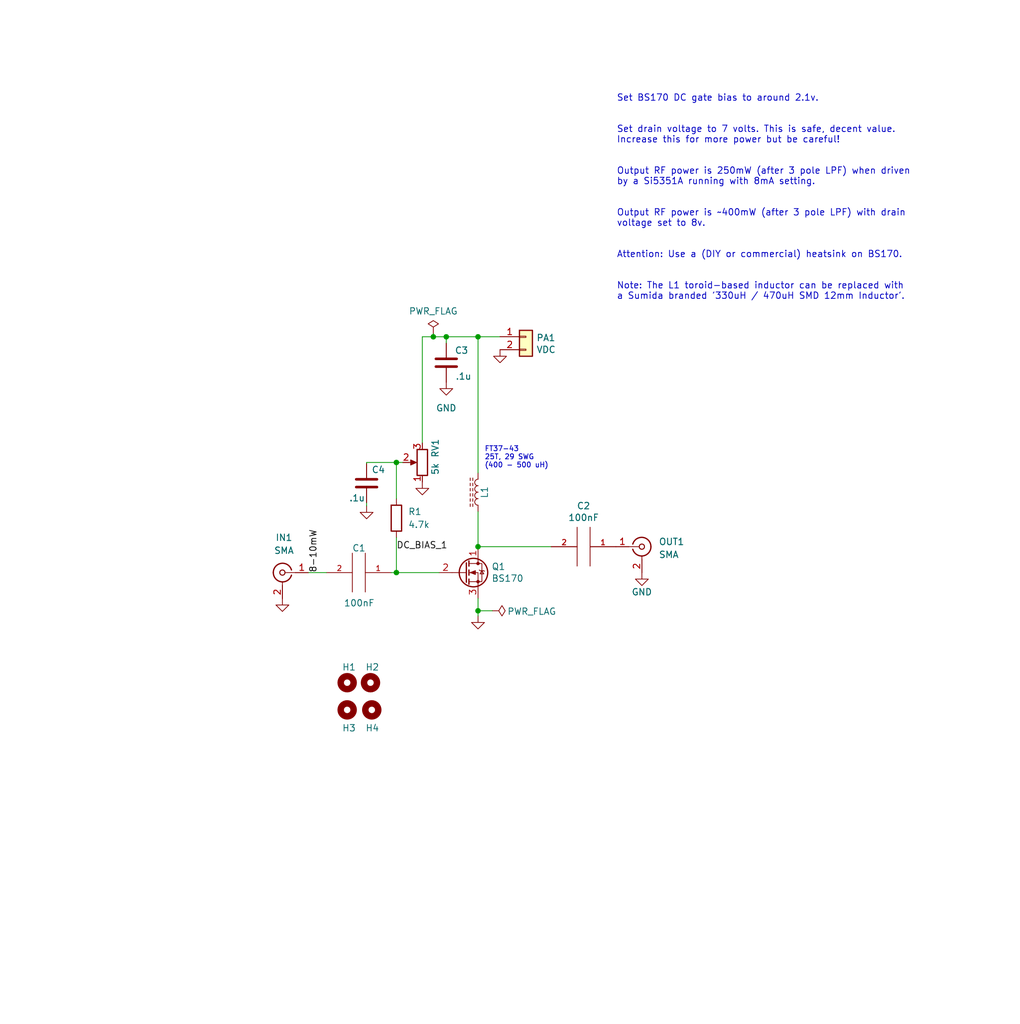
<source format=kicad_sch>
(kicad_sch (version 20211123) (generator eeschema)
  (paper "User" 200 200.812)
  (title_block (title "Experimental-Driver Block for 136 kHz") (date "2022-03-13") (company "Dhiru Kholia (VU3CER)") (comment 1 "RF_IN -> BS170 -> RF_OUT"))
  (lib_symbols
    (symbol "Connector:Conn_Coaxial" (pin_names (offset 1.016) hide)
      (property "Reference" "J" (at 0.254 3.048 0))
      (property "Value" "Conn_Coaxial" (at 2.921 0 90))
      (symbol "Conn_Coaxial_0_1"
        (arc (start -1.778 -0.508) (mid 0.222 -1.808) (end 1.778 0) (stroke (width 0.254)))
        (polyline (pts (xy -2.54 0) (xy -0.508 0)))
        (polyline (pts (xy 0 -2.54) (xy 0 -1.778)))
        (circle (center 0 0) (radius 0.508) (stroke (width 0.2032)))
        (arc (start 1.778 0) (mid 0.222 1.8083) (end -1.778 0.508) (stroke (width 0.254)))
      )
      (symbol "Conn_Coaxial_1_1"
        (pin passive line (at -5.08 0 0) (length 2.54) (name "In") (number "1"))
        (pin passive line (at 0 -5.08 90) (length 2.54) (name "Ext") (number "2"))
      )
    )
    (symbol "Connector_Generic:Conn_01x02" (pin_names (offset 1.016) hide)
      (property "Reference" "J" (at 0 2.54 0))
      (property "Value" "Conn_01x02" (at 0 -5.08 0))
      (symbol "Conn_01x02_1_1"
        (rectangle (start -1.27 -2.413) (end 0 -2.667) (stroke (width 0.1524)))
        (rectangle (start -1.27 0.127) (end 0 -0.127) (stroke (width 0.1524)))
        (rectangle (start -1.27 1.27) (end 1.27 -3.81) (stroke (width 0.254)) (fill (type background)))
        (pin passive line (at -5.08 0 0) (length 3.81) (name "Pin_1") (number "1"))
        (pin passive line (at -5.08 -2.54 0) (length 3.81) (name "Pin_2") (number "2"))
      )
    )
    (symbol "Device:C" (pin_numbers hide) (pin_names (offset 0.254))
      (property "Reference" "C" (at 0.635 2.54 0))
      (property "Value" "C" (at 0.635 -2.54 0))
      (symbol "C_0_1"
        (polyline (pts (xy -2.032 -0.762) (xy 2.032 -0.762)) (stroke (width 0.508)))
        (polyline (pts (xy -2.032 0.762) (xy 2.032 0.762)) (stroke (width 0.508)))
      )
      (symbol "C_1_1"
        (pin passive line (at 0 3.81 270) (length 2.794) (name "~") (number "1"))
        (pin passive line (at 0 -3.81 90) (length 2.794) (name "~") (number "2"))
      )
    )
    (symbol "Device:L_Ferrite" (pin_numbers hide) (pin_names (offset 1.016) hide)
      (property "Reference" "L" (at -1.27 0 90))
      (property "Value" "L_Ferrite" (at 2.794 0 90))
      (symbol "L_Ferrite_0_1"
        (arc (start 0 -2.54) (mid 0.635 -1.905) (end 0 -1.27))
        (arc (start 0 -1.27) (mid 0.635 -0.635) (end 0 0))
        (polyline (pts (xy 1.016 -2.794) (xy 1.016 -2.286)))
        (polyline (pts (xy 1.016 -1.778) (xy 1.016 -1.27)))
        (polyline (pts (xy 1.016 -0.762) (xy 1.016 -0.254)))
        (polyline (pts (xy 1.016 0.254) (xy 1.016 0.762)))
        (polyline (pts (xy 1.016 1.27) (xy 1.016 1.778)))
        (polyline (pts (xy 1.016 2.286) (xy 1.016 2.794)))
        (polyline (pts (xy 1.524 -2.286) (xy 1.524 -2.794)))
        (polyline (pts (xy 1.524 -1.27) (xy 1.524 -1.778)))
        (polyline (pts (xy 1.524 -0.254) (xy 1.524 -0.762)))
        (polyline (pts (xy 1.524 0.762) (xy 1.524 0.254)))
        (polyline (pts (xy 1.524 1.778) (xy 1.524 1.27)))
        (polyline (pts (xy 1.524 2.794) (xy 1.524 2.286)))
        (arc (start 0 0) (mid 0.635 0.635) (end 0 1.27))
        (arc (start 0 1.27) (mid 0.635 1.905) (end 0 2.54))
      )
      (symbol "L_Ferrite_1_1"
        (pin passive line (at 0 3.81 270) (length 1.27) (name "1") (number "1"))
        (pin passive line (at 0 -3.81 90) (length 1.27) (name "2") (number "2"))
      )
    )
    (symbol "Device:R" (pin_numbers hide) (pin_names (offset 0))
      (property "Reference" "R" (at 2.032 0 90))
      (property "Value" "R" (at 0 0 90))
      (symbol "R_0_1"
        (rectangle (start -1.016 -2.54) (end 1.016 2.54) (stroke (width 0.254)))
      )
      (symbol "R_1_1"
        (pin passive line (at 0 3.81 270) (length 1.27) (name "~") (number "1"))
        (pin passive line (at 0 -3.81 90) (length 1.27) (name "~") (number "2"))
      )
    )
    (symbol "Device:R_Potentiometer" (pin_names (offset 1.016) hide)
      (property "Reference" "RV" (at -4.445 0 90))
      (property "Value" "R_Potentiometer" (at -2.54 0 90))
      (symbol "R_Potentiometer_0_1"
        (polyline (pts (xy 2.54 0) (xy 1.524 0)))
        (polyline (pts (xy 1.143 0) (xy 2.286 0.508) (xy 2.286 -0.508) (xy 1.143 0)) (fill (type outline)))
        (rectangle (start 1.016 2.54) (end -1.016 -2.54) (stroke (width 0.254)))
      )
      (symbol "R_Potentiometer_1_1"
        (pin passive line (at 0 3.81 270) (length 1.27) (name "1") (number "1"))
        (pin passive line (at 3.81 0 180) (length 1.27) (name "2") (number "2"))
        (pin passive line (at 0 -3.81 90) (length 1.27) (name "3") (number "3"))
      )
    )
    (symbol "Mechanical:MountingHole" (pin_names (offset 1.016))
      (property "Reference" "H" (at 0 5.08 0))
      (property "Value" "MountingHole" (at 0 3.175 0))
      (symbol "MountingHole_0_1"
        (circle (center 0 0) (radius 1.27) (stroke (width 1.27)))
      )
    )
    (symbol "Transistor_FET:BS170" (pin_names hide)
      (property "Reference" "Q" (at 5.08 1.905 0))
      (property "Value" "BS170" (at 5.08 0 0))
      (symbol "BS170_0_1"
        (polyline (pts (xy 0.254 0) (xy -2.54 0)))
        (polyline (pts (xy 0.254 1.905) (xy 0.254 -1.905)) (stroke (width 0.254)))
        (polyline (pts (xy 0.762 -1.27) (xy 0.762 -2.286)) (stroke (width 0.254)))
        (polyline (pts (xy 0.762 0.508) (xy 0.762 -0.508)) (stroke (width 0.254)))
        (polyline (pts (xy 0.762 2.286) (xy 0.762 1.27)) (stroke (width 0.254)))
        (polyline (pts (xy 2.54 2.54) (xy 2.54 1.778)))
        (polyline (pts (xy 2.54 -2.54) (xy 2.54 0) (xy 0.762 0)))
        (polyline (pts (xy 0.762 -1.778) (xy 3.302 -1.778) (xy 3.302 1.778) (xy 0.762 1.778)))
        (polyline (pts (xy 1.016 0) (xy 2.032 0.381) (xy 2.032 -0.381) (xy 1.016 0)) (fill (type outline)))
        (polyline (pts (xy 2.794 0.508) (xy 2.921 0.381) (xy 3.683 0.381) (xy 3.81 0.254)))
        (polyline (pts (xy 3.302 0.381) (xy 2.921 -0.254) (xy 3.683 -0.254) (xy 3.302 0.381)))
        (circle (center 1.651 0) (radius 2.794) (stroke (width 0.254)))
        (circle (center 2.54 -1.778) (radius 0.254) (fill (type outline)))
        (circle (center 2.54 1.778) (radius 0.254) (fill (type outline)))
      )
      (symbol "BS170_1_1"
        (pin passive line (at 2.54 5.08 270) (length 2.54) (name "D") (number "1"))
        (pin input line (at -5.08 0 0) (length 2.54) (name "G") (number "2"))
        (pin passive line (at 2.54 -5.08 90) (length 2.54) (name "S") (number "3"))
      )
    )
    (symbol "power:GND" (power) (pin_names (offset 0))
      (property "Value" "GND" (at 0 -3.81 0))
      (symbol "GND_0_1"
        (polyline (pts (xy 0 0) (xy 0 -1.27) (xy 1.27 -1.27) (xy 0 -2.54) (xy -1.27 -1.27) (xy 0 -1.27)))
      )
      (symbol "GND_1_1"
        (pin power_in line (at 0 0 270) (length 0) hide (name "GND") (number "1"))
      )
    )
    (symbol "power:PWR_FLAG" (power) (pin_numbers hide) (pin_names (offset 0) hide)
      (property "Value" "PWR_FLAG" (at 0 3.81 0))
      (symbol "PWR_FLAG_0_0"
        (pin power_out line (at 0 0 90) (length 0) (name "pwr") (number "1"))
      )
      (symbol "PWR_FLAG_0_1"
        (polyline (pts (xy 0 0) (xy 0 1.27) (xy -1.016 1.905) (xy 0 2.54) (xy 1.016 1.905) (xy 0 1.27)))
      )
    )
    (symbol "pspice:CAP" (pin_names (offset 0.254))
      (property "Reference" "C" (at 2.54 3.81 90))
      (property "Value" "CAP" (at 2.54 -3.81 90))
      (symbol "CAP_0_1"
        (polyline (pts (xy -3.81 -1.27) (xy 3.81 -1.27)))
        (polyline (pts (xy -3.81 1.27) (xy 3.81 1.27)))
      )
      (symbol "CAP_1_1"
        (pin passive line (at 0 6.35 270) (length 5.08) (name "~") (number "1"))
        (pin passive line (at 0 -6.35 90) (length 5.08) (name "~") (number "2"))
      )
    )
  )
  (junction (at 84.963 66.04))
  (junction (at 93.726 119.761))
  (junction (at 77.724 112.268))
  (junction (at 93.726 66.04))
  (junction (at 77.724 90.678))
  (junction (at 93.726 107.188))
  (junction (at 87.503 66.04))
  (wire (pts (xy 77.724 90.678) (xy 71.882 90.678)))
  (wire (pts (xy 84.963 65.405) (xy 84.963 66.04)))
  (wire (pts (xy 93.726 66.04) (xy 93.726 92.71)))
  (wire (pts (xy 87.503 66.04) (xy 93.726 66.04)))
  (wire (pts (xy 93.726 119.761) (xy 93.726 120.777)))
  (wire (pts (xy 78.994 90.678) (xy 77.724 90.678)))
  (wire (pts (xy 93.726 107.188) (xy 93.726 100.33)))
  (wire (pts (xy 82.804 66.04) (xy 82.804 86.868)))
  (wire (pts (xy 71.882 98.552) (xy 71.882 99.187)))
  (wire (pts (xy 77.724 112.268) (xy 86.106 112.268)))
  (wire (pts (xy 71.882 90.678) (xy 71.882 90.932)))
  (wire (pts (xy 77.724 105.41) (xy 77.724 112.268)))
  (wire (pts (xy 93.726 66.04) (xy 98.044 66.04)))
  (wire (pts (xy 93.726 119.761) (xy 96.52 119.761)))
  (wire (pts (xy 77.724 90.678) (xy 77.724 97.79)))
  (wire (pts (xy 76.708 112.268) (xy 77.724 112.268)))
  (wire (pts (xy 93.726 117.348) (xy 93.726 119.761)))
  (wire (pts (xy 82.804 66.04) (xy 84.963 66.04)))
  (wire (pts (xy 87.503 67.31) (xy 87.503 66.04)))
  (wire (pts (xy 60.452 112.268) (xy 64.008 112.268)))
  (wire (pts (xy 84.963 66.04) (xy 87.503 66.04)))
  (wire (pts (xy 93.726 107.188) (xy 108.077 107.188)))
  (text "FT37-43\n25T, 29 SWG\n(400 - 500 uH)" (at 94.996 91.948 0) (effects (font (size 0.9906 0.9906)) (justify left bottom)))
  (text "Set BS170 DC gate bias to around 2.1v.\n\n\nSet drain voltage to 7 volts. This is safe, decent value. \nIncrease this for more power but be careful!\n\n\nOutput RF power is 250mW (after 3 pole LPF) when driven\nby a Si5351A running with 8mA setting.\n\n\nOutput RF power is ~400mW (after 3 pole LPF) with drain\nvoltage set to 8v.\n\n\nAttention: Use a (DIY or commercial) heatsink on BS170.\n\n\nNote: The L1 toroid-based inductor can be replaced with\na Sumida branded '330uH / 470uH SMD 12mm Inductor'." (at 120.904 58.928 0) (effects (font (size 1.27 1.27)) (justify left bottom)))
  (label "8-10mW" (at 62.484 112.268 90))
  (label "DC_BIAS_1" (at 77.724 107.95 0))
  (symbol (lib_id "pspice:CAP") (at 114.427 107.188 270) (unit 1)
    (property "Reference" "C2" (at 114.427 99.187 90))
    (property "Value" "100nF" (at 114.427 101.4984 90))
    (property "Footprint" "Capacitor_THT:C_Disc_D4.3mm_W1.9mm_P5.00mm" (effects hide))
  )
  (symbol (lib_id "power:GND") (at 55.372 117.348 0) (unit 1)
    (property "Reference" "#PWR0106" (effects hide))
    (property "Value" "GND" (effects hide))
  )
  (symbol (lib_id "Transistor_FET:BS170") (at 91.186 112.268 0) (unit 1)
    (property "Reference" "Q1" (at 96.3676 111.0996 0) (effects (justify left)))
    (property "Value" "BS170" (at 96.3676 113.411 0) (effects (justify left)))
    (property "Footprint" "Connector_PinSocket_2.54mm:PinSocket_1x03_P2.54mm_Vertical" (effects hide))
    (property "Datasheet" "https://www.onsemi.com/pub/Collateral/BS170-D.PDF" (effects hide))
  )
  (symbol (lib_id "pspice:CAP") (at 70.358 112.268 270) (unit 1)
    (property "Reference" "C1" (at 70.3834 107.4674 90))
    (property "Value" "100nF" (at 70.4342 118.237 90))
    (property "Footprint" "Capacitor_THT:C_Disc_D4.3mm_W1.9mm_P5.00mm" (effects hide))
  )
  (symbol (lib_id "Device:R_Potentiometer") (at 82.804 90.678 180) (unit 1)
    (property "Reference" "RV1" (at 85.344 87.884 90))
    (property "Value" "5k" (at 85.344 91.948 90))
    (property "Footprint" "Potentiometer_THT:Potentiometer_Runtron_RM-065_Vertical" (effects hide))
  )
  (symbol (lib_id "Device:L_Ferrite") (at 93.726 96.52 180) (unit 1)
    (property "Reference" "L1" (at 94.996 96.52 90))
    (property "Value" "L_Ferrite" (effects hide))
    (property "Footprint" "Inductor_THT:L_Toroid_Vertical_L10.0mm_W5.0mm_P5.08mm" (effects hide))
  )
  (symbol (lib_id "Mechanical:MountingHole") (at 72.898 139.192 0) (unit 1)
    (property "Reference" "H4" (at 71.628 142.748 0) (effects (justify left)))
    (property "Value" "MountingHole" (effects hide))
    (property "Footprint" "MountingHole:MountingHole_2.2mm_M2" (effects hide))
  )
  (symbol (lib_id "power:GND") (at 93.726 120.777 0) (unit 1)
    (property "Reference" "#PWR0114" (effects hide))
    (property "Value" "GND" (effects hide))
  )
  (symbol (lib_id "Mechanical:MountingHole") (at 68.072 139.192 0) (unit 1)
    (property "Reference" "H3" (at 67.056 142.748 0) (effects (justify left)))
    (property "Value" "MountingHole" (effects hide))
    (property "Footprint" "MountingHole:MountingHole_2.2mm_M2" (effects hide))
  )
  (symbol (lib_id "Device:C") (at 71.882 94.742 0) (unit 1)
    (property "Reference" "C4" (at 72.8472 92.1004 0) (effects (justify left)))
    (property "Value" ".1u" (at 68.4276 97.6376 0) (effects (justify left)))
    (property "Footprint" "Capacitor_THT:C_Disc_D4.3mm_W1.9mm_P5.00mm" (effects hide))
  )
  (symbol (lib_id "power:PWR_FLAG") (at 84.963 65.405 0) (unit 1)
    (property "Reference" "#FLG0102" (effects hide))
    (property "Value" "PWR_FLAG" (at 84.963 61.0108 0))
  )
  (symbol (lib_id "Connector:Conn_Coaxial") (at 55.372 112.268 0) (mirror y) (unit 1)
    (property "Reference" "IN1" (at 55.6894 105.41 0))
    (property "Value" "SMA" (at 55.6894 107.95 0))
    (property "Footprint" "Connector_Coaxial:SMA_Amphenol_901-144_Vertical" (effects hide))
    (property "Datasheet" " ~" (effects hide))
  )
  (symbol (lib_id "Connector:Conn_Coaxial") (at 125.857 107.188 0) (unit 1)
    (property "Reference" "OUT1" (at 129.159 106.2111 0) (effects (justify left)))
    (property "Value" "SMA" (at 129.159 108.7511 0) (effects (justify left)))
    (property "Footprint" "Connector_Coaxial:SMA_Amphenol_901-144_Vertical" (effects hide))
    (property "Datasheet" " ~" (effects hide))
  )
  (symbol (lib_id "Connector_Generic:Conn_01x02") (at 103.124 66.04 0) (unit 1)
    (property "Reference" "PA1" (at 105.156 66.2432 0) (effects (justify left)))
    (property "Value" "VDC" (at 105.156 68.5546 0) (effects (justify left)))
    (property "Footprint" "Connector_PinHeader_2.54mm:PinHeader_1x02_P2.54mm_Vertical" (effects hide))
  )
  (symbol (lib_id "power:GND") (at 98.044 68.58 0) (unit 1)
    (property "Reference" "#PWR0103" (effects hide))
    (property "Value" "GND" (effects hide))
  )
  (symbol (lib_id "power:GND") (at 125.857 112.268 0) (mirror y) (unit 1)
    (property "Reference" "#PWR01" (effects hide))
    (property "Value" "GND" (at 125.857 116.078 0))
  )
  (symbol (lib_id "Device:R") (at 77.724 101.6 0) (unit 1)
    (property "Reference" "R1" (at 80.01 100.3299 0) (effects (justify left)))
    (property "Value" "4.7k" (at 80.01 102.8699 0) (effects (justify left)))
    (property "Footprint" "Resistor_THT:R_Axial_DIN0207_L6.3mm_D2.5mm_P2.54mm_Vertical" (effects hide))
  )
  (symbol (lib_id "Mechanical:MountingHole") (at 72.644 133.858 0) (unit 1)
    (property "Reference" "H2" (at 71.628 130.81 0) (effects (justify left)))
    (property "Value" "MountingHole" (effects hide))
    (property "Footprint" "MountingHole:MountingHole_2.2mm_M2" (effects hide))
  )
  (symbol (lib_id "power:GND") (at 82.804 94.488 0) (unit 1)
    (property "Reference" "#PWR0101" (effects hide))
    (property "Value" "GND" (effects hide))
  )
  (symbol (lib_id "Device:C") (at 87.503 71.12 0) (unit 1)
    (property "Reference" "C3" (at 89.154 68.707 0) (effects (justify left)))
    (property "Value" ".1u" (at 89.281 73.787 0) (effects (justify left)))
    (property "Footprint" "Capacitor_THT:C_Disc_D4.3mm_W1.9mm_P5.00mm" (effects hide))
  )
  (symbol (lib_id "power:GND") (at 87.503 74.93 0) (unit 1)
    (property "Reference" "#PWR02" (effects hide))
    (property "Value" "GND" (at 87.503 80.01 0))
  )
  (symbol (lib_id "power:PWR_FLAG") (at 96.52 119.761 270) (unit 1)
    (property "Reference" "#FLG0101" (effects hide))
    (property "Value" "PWR_FLAG" (at 104.267 119.888 90))
  )
  (symbol (lib_id "Mechanical:MountingHole") (at 68.072 133.858 0) (unit 1)
    (property "Reference" "H1" (at 67.056 130.81 0) (effects (justify left)))
    (property "Value" "MountingHole" (effects hide))
    (property "Footprint" "MountingHole:MountingHole_2.2mm_M2" (effects hide))
  )
  (symbol (lib_id "power:GND") (at 71.882 99.187 0) (unit 1)
    (property "Reference" "#PWR04" (effects hide))
    (property "Value" "GND" (effects hide))
  )
)
</source>
